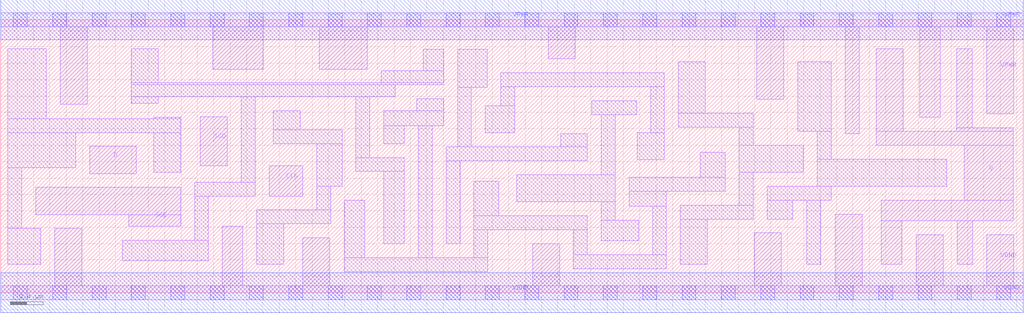
<source format=lef>
# Copyright 2020 The SkyWater PDK Authors
#
# Licensed under the Apache License, Version 2.0 (the "License");
# you may not use this file except in compliance with the License.
# You may obtain a copy of the License at
#
#     https://www.apache.org/licenses/LICENSE-2.0
#
# Unless required by applicable law or agreed to in writing, software
# distributed under the License is distributed on an "AS IS" BASIS,
# WITHOUT WARRANTIES OR CONDITIONS OF ANY KIND, either express or implied.
# See the License for the specific language governing permissions and
# limitations under the License.
#
# SPDX-License-Identifier: Apache-2.0

VERSION 5.7 ;
  NAMESCASESENSITIVE ON ;
  NOWIREEXTENSIONATPIN ON ;
  DIVIDERCHAR "/" ;
  BUSBITCHARS "[]" ;
UNITS
  DATABASE MICRONS 200 ;
END UNITS
MACRO sky130_fd_sc_ms__sdfxtp_4
  CLASS CORE ;
  SOURCE USER ;
  FOREIGN sky130_fd_sc_ms__sdfxtp_4 ;
  ORIGIN  0.000000  0.000000 ;
  SIZE  12.48000 BY  3.330000 ;
  SYMMETRY X Y ;
  SITE unit ;
  PIN D
    ANTENNAGATEAREA  0.178200 ;
    DIRECTION INPUT ;
    USE SIGNAL ;
    PORT
      LAYER li1 ;
        RECT 1.085000 1.455000 1.655000 1.785000 ;
    END
  END D
  PIN Q
    ANTENNADIFFAREA  1.082100 ;
    DIRECTION OUTPUT ;
    USE SIGNAL ;
    PORT
      LAYER li1 ;
        RECT 10.685000 1.800000 12.355000 1.970000 ;
        RECT 10.685000 1.970000 11.015000 2.980000 ;
        RECT 10.745000 0.350000 10.995000 0.880000 ;
        RECT 10.745000 0.880000 12.355000 1.130000 ;
        RECT 11.665000 1.970000 12.355000 2.015000 ;
        RECT 11.665000 2.015000 11.855000 2.980000 ;
        RECT 11.675000 0.350000 11.865000 0.880000 ;
        RECT 11.760000 1.130000 12.355000 1.800000 ;
    END
  END Q
  PIN SCD
    ANTENNAGATEAREA  0.178200 ;
    DIRECTION INPUT ;
    USE SIGNAL ;
    PORT
      LAYER li1 ;
        RECT 2.435000 1.550000 2.765000 2.150000 ;
    END
  END SCD
  PIN SCE
    ANTENNAGATEAREA  0.356400 ;
    DIRECTION INPUT ;
    USE SIGNAL ;
    PORT
      LAYER li1 ;
        RECT 0.425000 0.955000 2.195000 1.285000 ;
        RECT 1.565000 0.810000 2.195000 0.955000 ;
    END
  END SCE
  PIN CLK
    ANTENNAGATEAREA  0.312600 ;
    DIRECTION INPUT ;
    USE CLOCK ;
    PORT
      LAYER li1 ;
        RECT 3.275000 1.180000 3.685000 1.550000 ;
    END
  END CLK
  PIN VGND
    DIRECTION INOUT ;
    USE GROUND ;
    PORT
      LAYER li1 ;
        RECT  0.000000 -0.085000 12.480000 0.085000 ;
        RECT  0.660000  0.085000  0.990000 0.785000 ;
        RECT  2.705000  0.085000  2.955000 0.810000 ;
        RECT  3.685000  0.085000  4.015000 0.670000 ;
        RECT  6.490000  0.085000  6.820000 0.600000 ;
        RECT  9.195000  0.085000  9.525000 0.730000 ;
        RECT 10.185000  0.085000 10.515000 0.960000 ;
        RECT 11.175000  0.085000 11.505000 0.710000 ;
        RECT 12.035000  0.085000 12.365000 0.710000 ;
      LAYER mcon ;
        RECT  0.155000 -0.085000  0.325000 0.085000 ;
        RECT  0.635000 -0.085000  0.805000 0.085000 ;
        RECT  1.115000 -0.085000  1.285000 0.085000 ;
        RECT  1.595000 -0.085000  1.765000 0.085000 ;
        RECT  2.075000 -0.085000  2.245000 0.085000 ;
        RECT  2.555000 -0.085000  2.725000 0.085000 ;
        RECT  3.035000 -0.085000  3.205000 0.085000 ;
        RECT  3.515000 -0.085000  3.685000 0.085000 ;
        RECT  3.995000 -0.085000  4.165000 0.085000 ;
        RECT  4.475000 -0.085000  4.645000 0.085000 ;
        RECT  4.955000 -0.085000  5.125000 0.085000 ;
        RECT  5.435000 -0.085000  5.605000 0.085000 ;
        RECT  5.915000 -0.085000  6.085000 0.085000 ;
        RECT  6.395000 -0.085000  6.565000 0.085000 ;
        RECT  6.875000 -0.085000  7.045000 0.085000 ;
        RECT  7.355000 -0.085000  7.525000 0.085000 ;
        RECT  7.835000 -0.085000  8.005000 0.085000 ;
        RECT  8.315000 -0.085000  8.485000 0.085000 ;
        RECT  8.795000 -0.085000  8.965000 0.085000 ;
        RECT  9.275000 -0.085000  9.445000 0.085000 ;
        RECT  9.755000 -0.085000  9.925000 0.085000 ;
        RECT 10.235000 -0.085000 10.405000 0.085000 ;
        RECT 10.715000 -0.085000 10.885000 0.085000 ;
        RECT 11.195000 -0.085000 11.365000 0.085000 ;
        RECT 11.675000 -0.085000 11.845000 0.085000 ;
        RECT 12.155000 -0.085000 12.325000 0.085000 ;
      LAYER met1 ;
        RECT 0.000000 -0.245000 12.480000 0.245000 ;
    END
  END VGND
  PIN VPWR
    DIRECTION INOUT ;
    USE POWER ;
    PORT
      LAYER li1 ;
        RECT  0.000000 3.245000 12.480000 3.415000 ;
        RECT  0.725000 2.300000  1.055000 3.245000 ;
        RECT  2.585000 2.730000  3.205000 3.245000 ;
        RECT  3.885000 2.730000  4.475000 3.245000 ;
        RECT  6.680000 2.855000  7.010000 3.245000 ;
        RECT  9.225000 2.360000  9.555000 3.245000 ;
        RECT 10.305000 1.940000 10.475000 3.245000 ;
        RECT 11.215000 2.140000 11.465000 3.245000 ;
        RECT 12.035000 2.185000 12.365000 3.245000 ;
      LAYER mcon ;
        RECT  0.155000 3.245000  0.325000 3.415000 ;
        RECT  0.635000 3.245000  0.805000 3.415000 ;
        RECT  1.115000 3.245000  1.285000 3.415000 ;
        RECT  1.595000 3.245000  1.765000 3.415000 ;
        RECT  2.075000 3.245000  2.245000 3.415000 ;
        RECT  2.555000 3.245000  2.725000 3.415000 ;
        RECT  3.035000 3.245000  3.205000 3.415000 ;
        RECT  3.515000 3.245000  3.685000 3.415000 ;
        RECT  3.995000 3.245000  4.165000 3.415000 ;
        RECT  4.475000 3.245000  4.645000 3.415000 ;
        RECT  4.955000 3.245000  5.125000 3.415000 ;
        RECT  5.435000 3.245000  5.605000 3.415000 ;
        RECT  5.915000 3.245000  6.085000 3.415000 ;
        RECT  6.395000 3.245000  6.565000 3.415000 ;
        RECT  6.875000 3.245000  7.045000 3.415000 ;
        RECT  7.355000 3.245000  7.525000 3.415000 ;
        RECT  7.835000 3.245000  8.005000 3.415000 ;
        RECT  8.315000 3.245000  8.485000 3.415000 ;
        RECT  8.795000 3.245000  8.965000 3.415000 ;
        RECT  9.275000 3.245000  9.445000 3.415000 ;
        RECT  9.755000 3.245000  9.925000 3.415000 ;
        RECT 10.235000 3.245000 10.405000 3.415000 ;
        RECT 10.715000 3.245000 10.885000 3.415000 ;
        RECT 11.195000 3.245000 11.365000 3.415000 ;
        RECT 11.675000 3.245000 11.845000 3.415000 ;
        RECT 12.155000 3.245000 12.325000 3.415000 ;
      LAYER met1 ;
        RECT 0.000000 3.085000 12.480000 3.575000 ;
    END
  END VPWR
  OBS
    LAYER li1 ;
      RECT 0.085000 0.350000  0.490000 0.785000 ;
      RECT 0.085000 0.785000  0.255000 1.525000 ;
      RECT 0.085000 1.525000  0.915000 1.955000 ;
      RECT 0.085000 1.955000  2.195000 2.125000 ;
      RECT 0.085000 2.125000  0.555000 2.980000 ;
      RECT 1.480000 0.390000  2.535000 0.640000 ;
      RECT 1.595000 2.310000  1.925000 2.390000 ;
      RECT 1.595000 2.390000  4.815000 2.540000 ;
      RECT 1.595000 2.540000  5.405000 2.560000 ;
      RECT 1.595000 2.560000  1.925000 2.980000 ;
      RECT 1.865000 1.470000  2.195000 1.955000 ;
      RECT 1.865000 2.125000  2.195000 2.140000 ;
      RECT 2.365000 0.640000  2.535000 1.180000 ;
      RECT 2.365000 1.180000  3.105000 1.350000 ;
      RECT 2.935000 1.350000  3.105000 2.390000 ;
      RECT 3.125000 0.350000  3.455000 0.840000 ;
      RECT 3.125000 0.840000  4.025000 1.010000 ;
      RECT 3.325000 1.820000  4.165000 1.990000 ;
      RECT 3.325000 1.990000  3.655000 2.220000 ;
      RECT 3.855000 1.010000  4.025000 1.300000 ;
      RECT 3.855000 1.300000  4.165000 1.820000 ;
      RECT 4.195000 0.255000  5.945000 0.425000 ;
      RECT 4.195000 0.425000  4.445000 1.130000 ;
      RECT 4.335000 1.480000  4.925000 1.650000 ;
      RECT 4.335000 1.650000  4.505000 2.390000 ;
      RECT 4.645000 2.560000  5.405000 2.710000 ;
      RECT 4.675000 0.595000  4.925000 1.480000 ;
      RECT 4.675000 1.820000  4.925000 2.040000 ;
      RECT 4.675000 2.040000  5.405000 2.220000 ;
      RECT 5.075000 2.220000  5.405000 2.370000 ;
      RECT 5.095000 0.425000  5.265000 2.040000 ;
      RECT 5.155000 2.710000  5.405000 2.970000 ;
      RECT 5.435000 0.595000  5.605000 1.610000 ;
      RECT 5.435000 1.610000  7.160000 1.780000 ;
      RECT 5.575000 1.780000  5.745000 2.510000 ;
      RECT 5.575000 2.510000  5.935000 2.970000 ;
      RECT 5.775000 0.425000  5.945000 0.770000 ;
      RECT 5.775000 0.770000  7.160000 0.940000 ;
      RECT 5.775000 0.940000  6.075000 1.360000 ;
      RECT 5.915000 1.950000  6.275000 2.280000 ;
      RECT 6.105000 2.280000  6.275000 2.515000 ;
      RECT 6.105000 2.515000  8.100000 2.685000 ;
      RECT 6.295000 1.110000  7.500000 1.440000 ;
      RECT 6.835000 1.780000  7.160000 1.940000 ;
      RECT 6.990000 0.295000  8.125000 0.465000 ;
      RECT 6.990000 0.465000  7.160000 0.770000 ;
      RECT 7.215000 2.175000  7.760000 2.345000 ;
      RECT 7.330000 0.635000  7.785000 0.885000 ;
      RECT 7.330000 0.885000  7.500000 1.110000 ;
      RECT 7.330000 1.440000  7.500000 2.175000 ;
      RECT 7.670000 1.055000  8.125000 1.240000 ;
      RECT 7.670000 1.240000  8.845000 1.410000 ;
      RECT 7.770000 1.625000  8.100000 1.955000 ;
      RECT 7.930000 1.955000  8.100000 2.515000 ;
      RECT 7.955000 0.465000  8.125000 1.055000 ;
      RECT 8.270000 2.020000  9.185000 2.190000 ;
      RECT 8.270000 2.190000  8.600000 2.820000 ;
      RECT 8.295000 0.350000  8.625000 0.900000 ;
      RECT 8.295000 0.900000  9.185000 1.070000 ;
      RECT 8.535000 1.410000  8.845000 1.715000 ;
      RECT 9.015000 1.070000  9.185000 1.470000 ;
      RECT 9.015000 1.470000  9.795000 1.800000 ;
      RECT 9.015000 1.800000  9.185000 2.020000 ;
      RECT 9.355000 0.900000  9.665000 1.130000 ;
      RECT 9.355000 1.130000 10.135000 1.300000 ;
      RECT 9.730000 1.970000 10.135000 2.820000 ;
      RECT 9.835000 0.350000 10.005000 1.130000 ;
      RECT 9.965000 1.300000 11.545000 1.630000 ;
      RECT 9.965000 1.630000 10.135000 1.970000 ;
  END
END sky130_fd_sc_ms__sdfxtp_4

</source>
